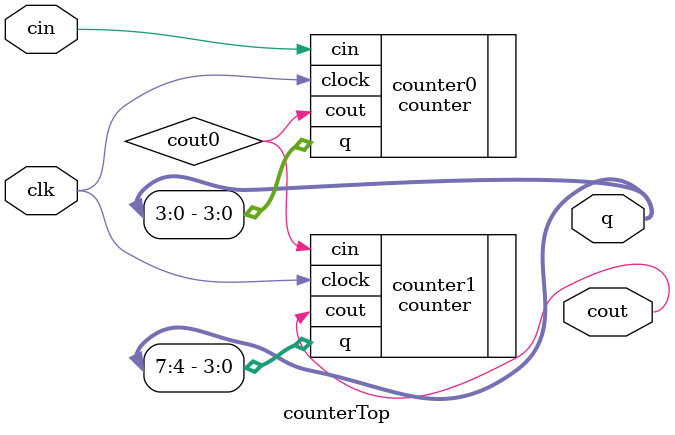
<source format=v>
module counterTop(cin,clk,cout,q);

input cin;
input clk;

output cout;
output [7:0] q;

wire cout0;
counter counter0(
	.cin(cin),
	.clock(clk),
	.cout(cout0),
	.q(q[3:0]));
	
	counter counter1(
	.cin(cout0),
	.clock(clk),
	.cout(cout),
	.q(q[7:4]));
	
	
	endmodule
</source>
